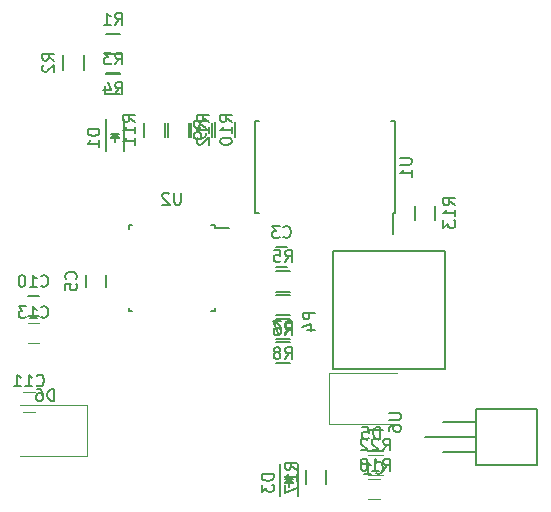
<source format=gbo>
G04 #@! TF.FileFunction,Legend,Bot*
%FSLAX46Y46*%
G04 Gerber Fmt 4.6, Leading zero omitted, Abs format (unit mm)*
G04 Created by KiCad (PCBNEW 4.0.7) date 05/10/18 10:09:07*
%MOMM*%
%LPD*%
G01*
G04 APERTURE LIST*
%ADD10C,0.200000*%
%ADD11C,0.150000*%
%ADD12C,0.120000*%
G04 APERTURE END LIST*
D10*
D11*
X90127200Y-87872200D02*
X91127200Y-87872200D01*
X91127200Y-89572200D02*
X90127200Y-89572200D01*
X105965000Y-81875000D02*
X105965000Y-82100000D01*
X98715000Y-81875000D02*
X98715000Y-82175000D01*
X98715000Y-89125000D02*
X98715000Y-88825000D01*
X105965000Y-89125000D02*
X105965000Y-88825000D01*
X105965000Y-81875000D02*
X105665000Y-81875000D01*
X105965000Y-89125000D02*
X105665000Y-89125000D01*
X98715000Y-89125000D02*
X99015000Y-89125000D01*
X98715000Y-81875000D02*
X99015000Y-81875000D01*
X105965000Y-82100000D02*
X107190000Y-82100000D01*
X111130000Y-83730000D02*
X112130000Y-83730000D01*
X112130000Y-85430000D02*
X111130000Y-85430000D01*
X95111200Y-87088600D02*
X95111200Y-86088600D01*
X96811200Y-86088600D02*
X96811200Y-87088600D01*
X98260000Y-72850000D02*
X98260000Y-75550000D01*
X96760000Y-72850000D02*
X96760000Y-75550000D01*
X97660000Y-74350000D02*
X97410000Y-74350000D01*
X97410000Y-74350000D02*
X97560000Y-74200000D01*
X97160000Y-74100000D02*
X97860000Y-74100000D01*
X97510000Y-74450000D02*
X97510000Y-74800000D01*
X97510000Y-74100000D02*
X97160000Y-74450000D01*
X97160000Y-74450000D02*
X97860000Y-74450000D01*
X97860000Y-74450000D02*
X97510000Y-74100000D01*
X113010000Y-102060000D02*
X113010000Y-104760000D01*
X111510000Y-102060000D02*
X111510000Y-104760000D01*
X112410000Y-103560000D02*
X112160000Y-103560000D01*
X112160000Y-103560000D02*
X112310000Y-103410000D01*
X111910000Y-103310000D02*
X112610000Y-103310000D01*
X112260000Y-103660000D02*
X112260000Y-104010000D01*
X112260000Y-103310000D02*
X111910000Y-103660000D01*
X111910000Y-103660000D02*
X112610000Y-103660000D01*
X112610000Y-103660000D02*
X112260000Y-103310000D01*
X96780000Y-67395000D02*
X97980000Y-67395000D01*
X97980000Y-65645000D02*
X96780000Y-65645000D01*
X94905000Y-68680000D02*
X94905000Y-67480000D01*
X93155000Y-67480000D02*
X93155000Y-68680000D01*
X96780000Y-70755000D02*
X97980000Y-70755000D01*
X97980000Y-69005000D02*
X96780000Y-69005000D01*
X97980000Y-67325000D02*
X96780000Y-67325000D01*
X96780000Y-69075000D02*
X97980000Y-69075000D01*
X111160000Y-87495000D02*
X112360000Y-87495000D01*
X112360000Y-85745000D02*
X111160000Y-85745000D01*
X112365000Y-87740000D02*
X111165000Y-87740000D01*
X111165000Y-89490000D02*
X112365000Y-89490000D01*
X111180000Y-93515000D02*
X112380000Y-93515000D01*
X112380000Y-91765000D02*
X111180000Y-91765000D01*
X112360000Y-89755000D02*
X111160000Y-89755000D01*
X111160000Y-91505000D02*
X112360000Y-91505000D01*
X107725000Y-74350000D02*
X107725000Y-73150000D01*
X105975000Y-73150000D02*
X105975000Y-74350000D01*
X103995000Y-73160000D02*
X103995000Y-74360000D01*
X105745000Y-74360000D02*
X105745000Y-73160000D01*
X101735000Y-74360000D02*
X101735000Y-73160000D01*
X99985000Y-73160000D02*
X99985000Y-74360000D01*
X102025000Y-73160000D02*
X102025000Y-74360000D01*
X103775000Y-74360000D02*
X103775000Y-73160000D01*
X122900000Y-80200000D02*
X122900000Y-81400000D01*
X124650000Y-81400000D02*
X124650000Y-80200000D01*
X115425000Y-103780000D02*
X115425000Y-102580000D01*
X113675000Y-102580000D02*
X113675000Y-103780000D01*
X120183200Y-99201000D02*
X118983200Y-99201000D01*
X118983200Y-100951000D02*
X120183200Y-100951000D01*
X121280000Y-80795000D02*
X121030000Y-80795000D01*
X121280000Y-73045000D02*
X120935000Y-73045000D01*
X109380000Y-73045000D02*
X109725000Y-73045000D01*
X109380000Y-80795000D02*
X109725000Y-80795000D01*
X121280000Y-80795000D02*
X121280000Y-73045000D01*
X109380000Y-80795000D02*
X109380000Y-73045000D01*
X121030000Y-80795000D02*
X121030000Y-82620000D01*
X125296000Y-98520000D02*
X128090000Y-98520000D01*
X123780000Y-99790000D02*
X128090000Y-99790000D01*
X125296000Y-101060000D02*
X128090000Y-101060000D01*
X128090000Y-97390000D02*
X128090000Y-102190000D01*
X128090000Y-102190000D02*
X133280000Y-102190000D01*
X133280000Y-102190000D02*
X133280000Y-97390000D01*
X133280000Y-97390000D02*
X128090000Y-97390000D01*
X124000000Y-94000000D02*
X125500000Y-94000000D01*
X125500000Y-94000000D02*
X125500000Y-84000000D01*
X125500000Y-84000000D02*
X124000000Y-84000000D01*
X124000000Y-94000000D02*
X116000000Y-94000000D01*
X116000000Y-94000000D02*
X116000000Y-84000000D01*
X116000000Y-84000000D02*
X124000000Y-84000000D01*
X125500000Y-84000000D02*
X125500000Y-94000000D01*
D12*
X118930800Y-103340800D02*
X119930800Y-103340800D01*
X119930800Y-105040800D02*
X118930800Y-105040800D01*
X89746200Y-95949400D02*
X90746200Y-95949400D01*
X90746200Y-97649400D02*
X89746200Y-97649400D01*
X90127200Y-90158200D02*
X91127200Y-90158200D01*
X91127200Y-91858200D02*
X90127200Y-91858200D01*
X118983200Y-103038800D02*
X120183200Y-103038800D01*
X120183200Y-101278800D02*
X118983200Y-101278800D01*
X115670000Y-98650000D02*
X115670000Y-94350000D01*
X115670000Y-94350000D02*
X121370000Y-94350000D01*
X115670000Y-98650000D02*
X121370000Y-98650000D01*
X95193200Y-97113200D02*
X95193200Y-101413200D01*
X95193200Y-101413200D02*
X89493200Y-101413200D01*
X95193200Y-97113200D02*
X89493200Y-97113200D01*
D11*
X91270057Y-86979343D02*
X91317676Y-87026962D01*
X91460533Y-87074581D01*
X91555771Y-87074581D01*
X91698629Y-87026962D01*
X91793867Y-86931724D01*
X91841486Y-86836486D01*
X91889105Y-86646010D01*
X91889105Y-86503152D01*
X91841486Y-86312676D01*
X91793867Y-86217438D01*
X91698629Y-86122200D01*
X91555771Y-86074581D01*
X91460533Y-86074581D01*
X91317676Y-86122200D01*
X91270057Y-86169819D01*
X90317676Y-87074581D02*
X90889105Y-87074581D01*
X90603391Y-87074581D02*
X90603391Y-86074581D01*
X90698629Y-86217438D01*
X90793867Y-86312676D01*
X90889105Y-86360295D01*
X89698629Y-86074581D02*
X89603390Y-86074581D01*
X89508152Y-86122200D01*
X89460533Y-86169819D01*
X89412914Y-86265057D01*
X89365295Y-86455533D01*
X89365295Y-86693629D01*
X89412914Y-86884105D01*
X89460533Y-86979343D01*
X89508152Y-87026962D01*
X89603390Y-87074581D01*
X89698629Y-87074581D01*
X89793867Y-87026962D01*
X89841486Y-86979343D01*
X89889105Y-86884105D01*
X89936724Y-86693629D01*
X89936724Y-86455533D01*
X89889105Y-86265057D01*
X89841486Y-86169819D01*
X89793867Y-86122200D01*
X89698629Y-86074581D01*
X103101905Y-79102381D02*
X103101905Y-79911905D01*
X103054286Y-80007143D01*
X103006667Y-80054762D01*
X102911429Y-80102381D01*
X102720952Y-80102381D01*
X102625714Y-80054762D01*
X102578095Y-80007143D01*
X102530476Y-79911905D01*
X102530476Y-79102381D01*
X102101905Y-79197619D02*
X102054286Y-79150000D01*
X101959048Y-79102381D01*
X101720952Y-79102381D01*
X101625714Y-79150000D01*
X101578095Y-79197619D01*
X101530476Y-79292857D01*
X101530476Y-79388095D01*
X101578095Y-79530952D01*
X102149524Y-80102381D01*
X101530476Y-80102381D01*
X111796666Y-82837143D02*
X111844285Y-82884762D01*
X111987142Y-82932381D01*
X112082380Y-82932381D01*
X112225238Y-82884762D01*
X112320476Y-82789524D01*
X112368095Y-82694286D01*
X112415714Y-82503810D01*
X112415714Y-82360952D01*
X112368095Y-82170476D01*
X112320476Y-82075238D01*
X112225238Y-81980000D01*
X112082380Y-81932381D01*
X111987142Y-81932381D01*
X111844285Y-81980000D01*
X111796666Y-82027619D01*
X111463333Y-81932381D02*
X110844285Y-81932381D01*
X111177619Y-82313333D01*
X111034761Y-82313333D01*
X110939523Y-82360952D01*
X110891904Y-82408571D01*
X110844285Y-82503810D01*
X110844285Y-82741905D01*
X110891904Y-82837143D01*
X110939523Y-82884762D01*
X111034761Y-82932381D01*
X111320476Y-82932381D01*
X111415714Y-82884762D01*
X111463333Y-82837143D01*
X94218343Y-86421934D02*
X94265962Y-86374315D01*
X94313581Y-86231458D01*
X94313581Y-86136220D01*
X94265962Y-85993362D01*
X94170724Y-85898124D01*
X94075486Y-85850505D01*
X93885010Y-85802886D01*
X93742152Y-85802886D01*
X93551676Y-85850505D01*
X93456438Y-85898124D01*
X93361200Y-85993362D01*
X93313581Y-86136220D01*
X93313581Y-86231458D01*
X93361200Y-86374315D01*
X93408819Y-86421934D01*
X93313581Y-87326696D02*
X93313581Y-86850505D01*
X93789771Y-86802886D01*
X93742152Y-86850505D01*
X93694533Y-86945743D01*
X93694533Y-87183839D01*
X93742152Y-87279077D01*
X93789771Y-87326696D01*
X93885010Y-87374315D01*
X94123105Y-87374315D01*
X94218343Y-87326696D01*
X94265962Y-87279077D01*
X94313581Y-87183839D01*
X94313581Y-86945743D01*
X94265962Y-86850505D01*
X94218343Y-86802886D01*
X96212381Y-73711905D02*
X95212381Y-73711905D01*
X95212381Y-73950000D01*
X95260000Y-74092858D01*
X95355238Y-74188096D01*
X95450476Y-74235715D01*
X95640952Y-74283334D01*
X95783810Y-74283334D01*
X95974286Y-74235715D01*
X96069524Y-74188096D01*
X96164762Y-74092858D01*
X96212381Y-73950000D01*
X96212381Y-73711905D01*
X96212381Y-75235715D02*
X96212381Y-74664286D01*
X96212381Y-74950000D02*
X95212381Y-74950000D01*
X95355238Y-74854762D01*
X95450476Y-74759524D01*
X95498095Y-74664286D01*
X110962381Y-102921905D02*
X109962381Y-102921905D01*
X109962381Y-103160000D01*
X110010000Y-103302858D01*
X110105238Y-103398096D01*
X110200476Y-103445715D01*
X110390952Y-103493334D01*
X110533810Y-103493334D01*
X110724286Y-103445715D01*
X110819524Y-103398096D01*
X110914762Y-103302858D01*
X110962381Y-103160000D01*
X110962381Y-102921905D01*
X109962381Y-103826667D02*
X109962381Y-104445715D01*
X110343333Y-104112381D01*
X110343333Y-104255239D01*
X110390952Y-104350477D01*
X110438571Y-104398096D01*
X110533810Y-104445715D01*
X110771905Y-104445715D01*
X110867143Y-104398096D01*
X110914762Y-104350477D01*
X110962381Y-104255239D01*
X110962381Y-103969524D01*
X110914762Y-103874286D01*
X110867143Y-103826667D01*
X97546666Y-64872381D02*
X97880000Y-64396190D01*
X98118095Y-64872381D02*
X98118095Y-63872381D01*
X97737142Y-63872381D01*
X97641904Y-63920000D01*
X97594285Y-63967619D01*
X97546666Y-64062857D01*
X97546666Y-64205714D01*
X97594285Y-64300952D01*
X97641904Y-64348571D01*
X97737142Y-64396190D01*
X98118095Y-64396190D01*
X96594285Y-64872381D02*
X97165714Y-64872381D01*
X96880000Y-64872381D02*
X96880000Y-63872381D01*
X96975238Y-64015238D01*
X97070476Y-64110476D01*
X97165714Y-64158095D01*
X92382381Y-67913334D02*
X91906190Y-67580000D01*
X92382381Y-67341905D02*
X91382381Y-67341905D01*
X91382381Y-67722858D01*
X91430000Y-67818096D01*
X91477619Y-67865715D01*
X91572857Y-67913334D01*
X91715714Y-67913334D01*
X91810952Y-67865715D01*
X91858571Y-67818096D01*
X91906190Y-67722858D01*
X91906190Y-67341905D01*
X91477619Y-68294286D02*
X91430000Y-68341905D01*
X91382381Y-68437143D01*
X91382381Y-68675239D01*
X91430000Y-68770477D01*
X91477619Y-68818096D01*
X91572857Y-68865715D01*
X91668095Y-68865715D01*
X91810952Y-68818096D01*
X92382381Y-68246667D01*
X92382381Y-68865715D01*
X97546666Y-68232381D02*
X97880000Y-67756190D01*
X98118095Y-68232381D02*
X98118095Y-67232381D01*
X97737142Y-67232381D01*
X97641904Y-67280000D01*
X97594285Y-67327619D01*
X97546666Y-67422857D01*
X97546666Y-67565714D01*
X97594285Y-67660952D01*
X97641904Y-67708571D01*
X97737142Y-67756190D01*
X98118095Y-67756190D01*
X97213333Y-67232381D02*
X96594285Y-67232381D01*
X96927619Y-67613333D01*
X96784761Y-67613333D01*
X96689523Y-67660952D01*
X96641904Y-67708571D01*
X96594285Y-67803810D01*
X96594285Y-68041905D01*
X96641904Y-68137143D01*
X96689523Y-68184762D01*
X96784761Y-68232381D01*
X97070476Y-68232381D01*
X97165714Y-68184762D01*
X97213333Y-68137143D01*
X97546666Y-70752381D02*
X97880000Y-70276190D01*
X98118095Y-70752381D02*
X98118095Y-69752381D01*
X97737142Y-69752381D01*
X97641904Y-69800000D01*
X97594285Y-69847619D01*
X97546666Y-69942857D01*
X97546666Y-70085714D01*
X97594285Y-70180952D01*
X97641904Y-70228571D01*
X97737142Y-70276190D01*
X98118095Y-70276190D01*
X96689523Y-70085714D02*
X96689523Y-70752381D01*
X96927619Y-69704762D02*
X97165714Y-70419048D01*
X96546666Y-70419048D01*
X111926666Y-84972381D02*
X112260000Y-84496190D01*
X112498095Y-84972381D02*
X112498095Y-83972381D01*
X112117142Y-83972381D01*
X112021904Y-84020000D01*
X111974285Y-84067619D01*
X111926666Y-84162857D01*
X111926666Y-84305714D01*
X111974285Y-84400952D01*
X112021904Y-84448571D01*
X112117142Y-84496190D01*
X112498095Y-84496190D01*
X111021904Y-83972381D02*
X111498095Y-83972381D01*
X111545714Y-84448571D01*
X111498095Y-84400952D01*
X111402857Y-84353333D01*
X111164761Y-84353333D01*
X111069523Y-84400952D01*
X111021904Y-84448571D01*
X110974285Y-84543810D01*
X110974285Y-84781905D01*
X111021904Y-84877143D01*
X111069523Y-84924762D01*
X111164761Y-84972381D01*
X111402857Y-84972381D01*
X111498095Y-84924762D01*
X111545714Y-84877143D01*
X111931666Y-91167381D02*
X112265000Y-90691190D01*
X112503095Y-91167381D02*
X112503095Y-90167381D01*
X112122142Y-90167381D01*
X112026904Y-90215000D01*
X111979285Y-90262619D01*
X111931666Y-90357857D01*
X111931666Y-90500714D01*
X111979285Y-90595952D01*
X112026904Y-90643571D01*
X112122142Y-90691190D01*
X112503095Y-90691190D01*
X111074523Y-90167381D02*
X111265000Y-90167381D01*
X111360238Y-90215000D01*
X111407857Y-90262619D01*
X111503095Y-90405476D01*
X111550714Y-90595952D01*
X111550714Y-90976905D01*
X111503095Y-91072143D01*
X111455476Y-91119762D01*
X111360238Y-91167381D01*
X111169761Y-91167381D01*
X111074523Y-91119762D01*
X111026904Y-91072143D01*
X110979285Y-90976905D01*
X110979285Y-90738810D01*
X111026904Y-90643571D01*
X111074523Y-90595952D01*
X111169761Y-90548333D01*
X111360238Y-90548333D01*
X111455476Y-90595952D01*
X111503095Y-90643571D01*
X111550714Y-90738810D01*
X111946666Y-90992381D02*
X112280000Y-90516190D01*
X112518095Y-90992381D02*
X112518095Y-89992381D01*
X112137142Y-89992381D01*
X112041904Y-90040000D01*
X111994285Y-90087619D01*
X111946666Y-90182857D01*
X111946666Y-90325714D01*
X111994285Y-90420952D01*
X112041904Y-90468571D01*
X112137142Y-90516190D01*
X112518095Y-90516190D01*
X111613333Y-89992381D02*
X110946666Y-89992381D01*
X111375238Y-90992381D01*
X111926666Y-93182381D02*
X112260000Y-92706190D01*
X112498095Y-93182381D02*
X112498095Y-92182381D01*
X112117142Y-92182381D01*
X112021904Y-92230000D01*
X111974285Y-92277619D01*
X111926666Y-92372857D01*
X111926666Y-92515714D01*
X111974285Y-92610952D01*
X112021904Y-92658571D01*
X112117142Y-92706190D01*
X112498095Y-92706190D01*
X111355238Y-92610952D02*
X111450476Y-92563333D01*
X111498095Y-92515714D01*
X111545714Y-92420476D01*
X111545714Y-92372857D01*
X111498095Y-92277619D01*
X111450476Y-92230000D01*
X111355238Y-92182381D01*
X111164761Y-92182381D01*
X111069523Y-92230000D01*
X111021904Y-92277619D01*
X110974285Y-92372857D01*
X110974285Y-92420476D01*
X111021904Y-92515714D01*
X111069523Y-92563333D01*
X111164761Y-92610952D01*
X111355238Y-92610952D01*
X111450476Y-92658571D01*
X111498095Y-92706190D01*
X111545714Y-92801429D01*
X111545714Y-92991905D01*
X111498095Y-93087143D01*
X111450476Y-93134762D01*
X111355238Y-93182381D01*
X111164761Y-93182381D01*
X111069523Y-93134762D01*
X111021904Y-93087143D01*
X110974285Y-92991905D01*
X110974285Y-92801429D01*
X111021904Y-92706190D01*
X111069523Y-92658571D01*
X111164761Y-92610952D01*
X105202381Y-73583334D02*
X104726190Y-73250000D01*
X105202381Y-73011905D02*
X104202381Y-73011905D01*
X104202381Y-73392858D01*
X104250000Y-73488096D01*
X104297619Y-73535715D01*
X104392857Y-73583334D01*
X104535714Y-73583334D01*
X104630952Y-73535715D01*
X104678571Y-73488096D01*
X104726190Y-73392858D01*
X104726190Y-73011905D01*
X105202381Y-74059524D02*
X105202381Y-74250000D01*
X105154762Y-74345239D01*
X105107143Y-74392858D01*
X104964286Y-74488096D01*
X104773810Y-74535715D01*
X104392857Y-74535715D01*
X104297619Y-74488096D01*
X104250000Y-74440477D01*
X104202381Y-74345239D01*
X104202381Y-74154762D01*
X104250000Y-74059524D01*
X104297619Y-74011905D01*
X104392857Y-73964286D01*
X104630952Y-73964286D01*
X104726190Y-74011905D01*
X104773810Y-74059524D01*
X104821429Y-74154762D01*
X104821429Y-74345239D01*
X104773810Y-74440477D01*
X104726190Y-74488096D01*
X104630952Y-74535715D01*
X107422381Y-73117143D02*
X106946190Y-72783809D01*
X107422381Y-72545714D02*
X106422381Y-72545714D01*
X106422381Y-72926667D01*
X106470000Y-73021905D01*
X106517619Y-73069524D01*
X106612857Y-73117143D01*
X106755714Y-73117143D01*
X106850952Y-73069524D01*
X106898571Y-73021905D01*
X106946190Y-72926667D01*
X106946190Y-72545714D01*
X107422381Y-74069524D02*
X107422381Y-73498095D01*
X107422381Y-73783809D02*
X106422381Y-73783809D01*
X106565238Y-73688571D01*
X106660476Y-73593333D01*
X106708095Y-73498095D01*
X106422381Y-74688571D02*
X106422381Y-74783810D01*
X106470000Y-74879048D01*
X106517619Y-74926667D01*
X106612857Y-74974286D01*
X106803333Y-75021905D01*
X107041429Y-75021905D01*
X107231905Y-74974286D01*
X107327143Y-74926667D01*
X107374762Y-74879048D01*
X107422381Y-74783810D01*
X107422381Y-74688571D01*
X107374762Y-74593333D01*
X107327143Y-74545714D01*
X107231905Y-74498095D01*
X107041429Y-74450476D01*
X106803333Y-74450476D01*
X106612857Y-74498095D01*
X106517619Y-74545714D01*
X106470000Y-74593333D01*
X106422381Y-74688571D01*
X99212381Y-73117143D02*
X98736190Y-72783809D01*
X99212381Y-72545714D02*
X98212381Y-72545714D01*
X98212381Y-72926667D01*
X98260000Y-73021905D01*
X98307619Y-73069524D01*
X98402857Y-73117143D01*
X98545714Y-73117143D01*
X98640952Y-73069524D01*
X98688571Y-73021905D01*
X98736190Y-72926667D01*
X98736190Y-72545714D01*
X99212381Y-74069524D02*
X99212381Y-73498095D01*
X99212381Y-73783809D02*
X98212381Y-73783809D01*
X98355238Y-73688571D01*
X98450476Y-73593333D01*
X98498095Y-73498095D01*
X99212381Y-75021905D02*
X99212381Y-74450476D01*
X99212381Y-74736190D02*
X98212381Y-74736190D01*
X98355238Y-74640952D01*
X98450476Y-74545714D01*
X98498095Y-74450476D01*
X105452381Y-73117143D02*
X104976190Y-72783809D01*
X105452381Y-72545714D02*
X104452381Y-72545714D01*
X104452381Y-72926667D01*
X104500000Y-73021905D01*
X104547619Y-73069524D01*
X104642857Y-73117143D01*
X104785714Y-73117143D01*
X104880952Y-73069524D01*
X104928571Y-73021905D01*
X104976190Y-72926667D01*
X104976190Y-72545714D01*
X105452381Y-74069524D02*
X105452381Y-73498095D01*
X105452381Y-73783809D02*
X104452381Y-73783809D01*
X104595238Y-73688571D01*
X104690476Y-73593333D01*
X104738095Y-73498095D01*
X104547619Y-74450476D02*
X104500000Y-74498095D01*
X104452381Y-74593333D01*
X104452381Y-74831429D01*
X104500000Y-74926667D01*
X104547619Y-74974286D01*
X104642857Y-75021905D01*
X104738095Y-75021905D01*
X104880952Y-74974286D01*
X105452381Y-74402857D01*
X105452381Y-75021905D01*
X126327381Y-80157143D02*
X125851190Y-79823809D01*
X126327381Y-79585714D02*
X125327381Y-79585714D01*
X125327381Y-79966667D01*
X125375000Y-80061905D01*
X125422619Y-80109524D01*
X125517857Y-80157143D01*
X125660714Y-80157143D01*
X125755952Y-80109524D01*
X125803571Y-80061905D01*
X125851190Y-79966667D01*
X125851190Y-79585714D01*
X126327381Y-81109524D02*
X126327381Y-80538095D01*
X126327381Y-80823809D02*
X125327381Y-80823809D01*
X125470238Y-80728571D01*
X125565476Y-80633333D01*
X125613095Y-80538095D01*
X125327381Y-81442857D02*
X125327381Y-82061905D01*
X125708333Y-81728571D01*
X125708333Y-81871429D01*
X125755952Y-81966667D01*
X125803571Y-82014286D01*
X125898810Y-82061905D01*
X126136905Y-82061905D01*
X126232143Y-82014286D01*
X126279762Y-81966667D01*
X126327381Y-81871429D01*
X126327381Y-81585714D01*
X126279762Y-81490476D01*
X126232143Y-81442857D01*
X112902381Y-102537143D02*
X112426190Y-102203809D01*
X112902381Y-101965714D02*
X111902381Y-101965714D01*
X111902381Y-102346667D01*
X111950000Y-102441905D01*
X111997619Y-102489524D01*
X112092857Y-102537143D01*
X112235714Y-102537143D01*
X112330952Y-102489524D01*
X112378571Y-102441905D01*
X112426190Y-102346667D01*
X112426190Y-101965714D01*
X112902381Y-103489524D02*
X112902381Y-102918095D01*
X112902381Y-103203809D02*
X111902381Y-103203809D01*
X112045238Y-103108571D01*
X112140476Y-103013333D01*
X112188095Y-102918095D01*
X111902381Y-103822857D02*
X111902381Y-104489524D01*
X112902381Y-104060952D01*
X120226057Y-102628381D02*
X120559391Y-102152190D01*
X120797486Y-102628381D02*
X120797486Y-101628381D01*
X120416533Y-101628381D01*
X120321295Y-101676000D01*
X120273676Y-101723619D01*
X120226057Y-101818857D01*
X120226057Y-101961714D01*
X120273676Y-102056952D01*
X120321295Y-102104571D01*
X120416533Y-102152190D01*
X120797486Y-102152190D01*
X119273676Y-102628381D02*
X119845105Y-102628381D01*
X119559391Y-102628381D02*
X119559391Y-101628381D01*
X119654629Y-101771238D01*
X119749867Y-101866476D01*
X119845105Y-101914095D01*
X118702248Y-102056952D02*
X118797486Y-102009333D01*
X118845105Y-101961714D01*
X118892724Y-101866476D01*
X118892724Y-101818857D01*
X118845105Y-101723619D01*
X118797486Y-101676000D01*
X118702248Y-101628381D01*
X118511771Y-101628381D01*
X118416533Y-101676000D01*
X118368914Y-101723619D01*
X118321295Y-101818857D01*
X118321295Y-101866476D01*
X118368914Y-101961714D01*
X118416533Y-102009333D01*
X118511771Y-102056952D01*
X118702248Y-102056952D01*
X118797486Y-102104571D01*
X118845105Y-102152190D01*
X118892724Y-102247429D01*
X118892724Y-102437905D01*
X118845105Y-102533143D01*
X118797486Y-102580762D01*
X118702248Y-102628381D01*
X118511771Y-102628381D01*
X118416533Y-102580762D01*
X118368914Y-102533143D01*
X118321295Y-102437905D01*
X118321295Y-102247429D01*
X118368914Y-102152190D01*
X118416533Y-102104571D01*
X118511771Y-102056952D01*
X121657381Y-76158095D02*
X122466905Y-76158095D01*
X122562143Y-76205714D01*
X122609762Y-76253333D01*
X122657381Y-76348571D01*
X122657381Y-76539048D01*
X122609762Y-76634286D01*
X122562143Y-76681905D01*
X122466905Y-76729524D01*
X121657381Y-76729524D01*
X122657381Y-77729524D02*
X122657381Y-77158095D01*
X122657381Y-77443809D02*
X121657381Y-77443809D01*
X121800238Y-77348571D01*
X121895476Y-77253333D01*
X121943095Y-77158095D01*
X120732381Y-97758095D02*
X121541905Y-97758095D01*
X121637143Y-97805714D01*
X121684762Y-97853333D01*
X121732381Y-97948571D01*
X121732381Y-98139048D01*
X121684762Y-98234286D01*
X121637143Y-98281905D01*
X121541905Y-98329524D01*
X120732381Y-98329524D01*
X120732381Y-99234286D02*
X120732381Y-99043809D01*
X120780000Y-98948571D01*
X120827619Y-98900952D01*
X120970476Y-98805714D01*
X121160952Y-98758095D01*
X121541905Y-98758095D01*
X121637143Y-98805714D01*
X121684762Y-98853333D01*
X121732381Y-98948571D01*
X121732381Y-99139048D01*
X121684762Y-99234286D01*
X121637143Y-99281905D01*
X121541905Y-99329524D01*
X121303810Y-99329524D01*
X121208571Y-99281905D01*
X121160952Y-99234286D01*
X121113333Y-99139048D01*
X121113333Y-98948571D01*
X121160952Y-98853333D01*
X121208571Y-98805714D01*
X121303810Y-98758095D01*
X114452381Y-89261905D02*
X113452381Y-89261905D01*
X113452381Y-89642858D01*
X113500000Y-89738096D01*
X113547619Y-89785715D01*
X113642857Y-89833334D01*
X113785714Y-89833334D01*
X113880952Y-89785715D01*
X113928571Y-89738096D01*
X113976190Y-89642858D01*
X113976190Y-89261905D01*
X113785714Y-90690477D02*
X114452381Y-90690477D01*
X113404762Y-90452381D02*
X114119048Y-90214286D01*
X114119048Y-90833334D01*
X119597466Y-102797943D02*
X119645085Y-102845562D01*
X119787942Y-102893181D01*
X119883180Y-102893181D01*
X120026038Y-102845562D01*
X120121276Y-102750324D01*
X120168895Y-102655086D01*
X120216514Y-102464610D01*
X120216514Y-102321752D01*
X120168895Y-102131276D01*
X120121276Y-102036038D01*
X120026038Y-101940800D01*
X119883180Y-101893181D01*
X119787942Y-101893181D01*
X119645085Y-101940800D01*
X119597466Y-101988419D01*
X118645085Y-102893181D02*
X119216514Y-102893181D01*
X118930800Y-102893181D02*
X118930800Y-101893181D01*
X119026038Y-102036038D01*
X119121276Y-102131276D01*
X119216514Y-102178895D01*
X90889057Y-95406543D02*
X90936676Y-95454162D01*
X91079533Y-95501781D01*
X91174771Y-95501781D01*
X91317629Y-95454162D01*
X91412867Y-95358924D01*
X91460486Y-95263686D01*
X91508105Y-95073210D01*
X91508105Y-94930352D01*
X91460486Y-94739876D01*
X91412867Y-94644638D01*
X91317629Y-94549400D01*
X91174771Y-94501781D01*
X91079533Y-94501781D01*
X90936676Y-94549400D01*
X90889057Y-94597019D01*
X89936676Y-95501781D02*
X90508105Y-95501781D01*
X90222391Y-95501781D02*
X90222391Y-94501781D01*
X90317629Y-94644638D01*
X90412867Y-94739876D01*
X90508105Y-94787495D01*
X88984295Y-95501781D02*
X89555724Y-95501781D01*
X89270010Y-95501781D02*
X89270010Y-94501781D01*
X89365248Y-94644638D01*
X89460486Y-94739876D01*
X89555724Y-94787495D01*
X91270057Y-89615343D02*
X91317676Y-89662962D01*
X91460533Y-89710581D01*
X91555771Y-89710581D01*
X91698629Y-89662962D01*
X91793867Y-89567724D01*
X91841486Y-89472486D01*
X91889105Y-89282010D01*
X91889105Y-89139152D01*
X91841486Y-88948676D01*
X91793867Y-88853438D01*
X91698629Y-88758200D01*
X91555771Y-88710581D01*
X91460533Y-88710581D01*
X91317676Y-88758200D01*
X91270057Y-88805819D01*
X90317676Y-89710581D02*
X90889105Y-89710581D01*
X90603391Y-89710581D02*
X90603391Y-88710581D01*
X90698629Y-88853438D01*
X90793867Y-88948676D01*
X90889105Y-88996295D01*
X89984343Y-88710581D02*
X89365295Y-88710581D01*
X89698629Y-89091533D01*
X89555771Y-89091533D01*
X89460533Y-89139152D01*
X89412914Y-89186771D01*
X89365295Y-89282010D01*
X89365295Y-89520105D01*
X89412914Y-89615343D01*
X89460533Y-89662962D01*
X89555771Y-89710581D01*
X89841486Y-89710581D01*
X89936724Y-89662962D01*
X89984343Y-89615343D01*
X120226057Y-100911181D02*
X120559391Y-100434990D01*
X120797486Y-100911181D02*
X120797486Y-99911181D01*
X120416533Y-99911181D01*
X120321295Y-99958800D01*
X120273676Y-100006419D01*
X120226057Y-100101657D01*
X120226057Y-100244514D01*
X120273676Y-100339752D01*
X120321295Y-100387371D01*
X120416533Y-100434990D01*
X120797486Y-100434990D01*
X119845105Y-100006419D02*
X119797486Y-99958800D01*
X119702248Y-99911181D01*
X119464152Y-99911181D01*
X119368914Y-99958800D01*
X119321295Y-100006419D01*
X119273676Y-100101657D01*
X119273676Y-100196895D01*
X119321295Y-100339752D01*
X119892724Y-100911181D01*
X119273676Y-100911181D01*
X118892724Y-100006419D02*
X118845105Y-99958800D01*
X118749867Y-99911181D01*
X118511771Y-99911181D01*
X118416533Y-99958800D01*
X118368914Y-100006419D01*
X118321295Y-100101657D01*
X118321295Y-100196895D01*
X118368914Y-100339752D01*
X118940343Y-100911181D01*
X118321295Y-100911181D01*
X119958095Y-99952381D02*
X119958095Y-98952381D01*
X119720000Y-98952381D01*
X119577142Y-99000000D01*
X119481904Y-99095238D01*
X119434285Y-99190476D01*
X119386666Y-99380952D01*
X119386666Y-99523810D01*
X119434285Y-99714286D01*
X119481904Y-99809524D01*
X119577142Y-99904762D01*
X119720000Y-99952381D01*
X119958095Y-99952381D01*
X118481904Y-98952381D02*
X118958095Y-98952381D01*
X119005714Y-99428571D01*
X118958095Y-99380952D01*
X118862857Y-99333333D01*
X118624761Y-99333333D01*
X118529523Y-99380952D01*
X118481904Y-99428571D01*
X118434285Y-99523810D01*
X118434285Y-99761905D01*
X118481904Y-99857143D01*
X118529523Y-99904762D01*
X118624761Y-99952381D01*
X118862857Y-99952381D01*
X118958095Y-99904762D01*
X119005714Y-99857143D01*
X92381295Y-96715581D02*
X92381295Y-95715581D01*
X92143200Y-95715581D01*
X92000342Y-95763200D01*
X91905104Y-95858438D01*
X91857485Y-95953676D01*
X91809866Y-96144152D01*
X91809866Y-96287010D01*
X91857485Y-96477486D01*
X91905104Y-96572724D01*
X92000342Y-96667962D01*
X92143200Y-96715581D01*
X92381295Y-96715581D01*
X90952723Y-95715581D02*
X91143200Y-95715581D01*
X91238438Y-95763200D01*
X91286057Y-95810819D01*
X91381295Y-95953676D01*
X91428914Y-96144152D01*
X91428914Y-96525105D01*
X91381295Y-96620343D01*
X91333676Y-96667962D01*
X91238438Y-96715581D01*
X91047961Y-96715581D01*
X90952723Y-96667962D01*
X90905104Y-96620343D01*
X90857485Y-96525105D01*
X90857485Y-96287010D01*
X90905104Y-96191771D01*
X90952723Y-96144152D01*
X91047961Y-96096533D01*
X91238438Y-96096533D01*
X91333676Y-96144152D01*
X91381295Y-96191771D01*
X91428914Y-96287010D01*
M02*

</source>
